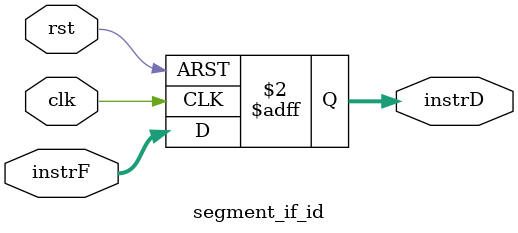
<source format=sv>
 module segment_if_id (input logic clk, rst,
								input logic [31:0] instrF,
								output logic [31:0] instrD);
			
	always_ff@(negedge clk, posedge rst)
		if(rst)
			begin
				instrD = 0;
			end
			
		else 
			begin
				instrD = instrF;
			end
		
endmodule
</source>
